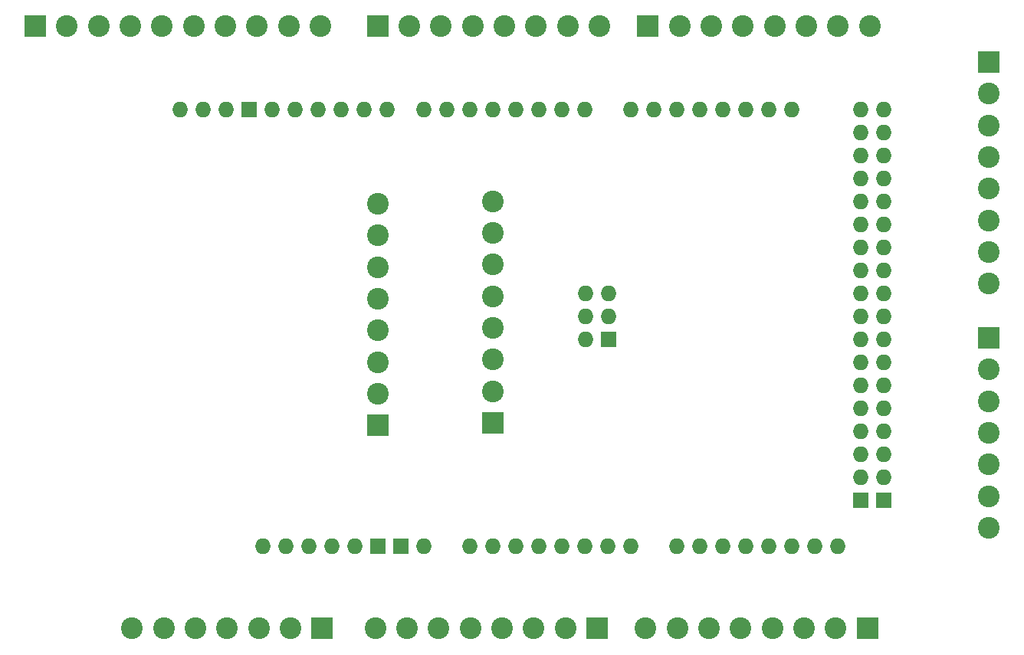
<source format=gbs>
G04 #@! TF.GenerationSoftware,KiCad,Pcbnew,7.0.9*
G04 #@! TF.CreationDate,2023-12-29T07:46:22-06:00*
G04 #@! TF.ProjectId,Arduino Shield,41726475-696e-46f2-9053-6869656c642e,rev?*
G04 #@! TF.SameCoordinates,Original*
G04 #@! TF.FileFunction,Soldermask,Bot*
G04 #@! TF.FilePolarity,Negative*
%FSLAX46Y46*%
G04 Gerber Fmt 4.6, Leading zero omitted, Abs format (unit mm)*
G04 Created by KiCad (PCBNEW 7.0.9) date 2023-12-29 07:46:22*
%MOMM*%
%LPD*%
G01*
G04 APERTURE LIST*
%ADD10R,2.400000X2.400000*%
%ADD11C,2.400000*%
%ADD12O,1.727200X1.727200*%
%ADD13R,1.727200X1.727200*%
G04 APERTURE END LIST*
D10*
X117266000Y-90678000D03*
D11*
X113766000Y-90678000D03*
X110266000Y-90678000D03*
X106766000Y-90678000D03*
X103266000Y-90678000D03*
X99766000Y-90678000D03*
X96266000Y-90678000D03*
X92766000Y-90678000D03*
D10*
X25340000Y-24130000D03*
D11*
X28840000Y-24130000D03*
X32340000Y-24130000D03*
X35840000Y-24130000D03*
X39340000Y-24130000D03*
X42840000Y-24130000D03*
X46340000Y-24130000D03*
X49840000Y-24130000D03*
X53340000Y-24130000D03*
X56840000Y-24130000D03*
D10*
X130683000Y-58547000D03*
D11*
X130683000Y-62047000D03*
X130683000Y-65547000D03*
X130683000Y-69047000D03*
X130683000Y-72547000D03*
X130683000Y-76047000D03*
X130683000Y-79547000D03*
D10*
X63160000Y-24130000D03*
D11*
X66660000Y-24130000D03*
X70160000Y-24130000D03*
X73660000Y-24130000D03*
X77160000Y-24130000D03*
X80660000Y-24130000D03*
X84160000Y-24130000D03*
X87660000Y-24130000D03*
D10*
X93020000Y-24130000D03*
D11*
X96520000Y-24130000D03*
X100020000Y-24130000D03*
X103520000Y-24130000D03*
X107020000Y-24130000D03*
X110520000Y-24130000D03*
X114020000Y-24130000D03*
X117520000Y-24130000D03*
D10*
X75880000Y-67960000D03*
D11*
X75880000Y-64460000D03*
X75880000Y-60960000D03*
X75880000Y-57460000D03*
X75880000Y-53960000D03*
X75880000Y-50460000D03*
X75880000Y-46960000D03*
X75880000Y-43460000D03*
D10*
X57023000Y-90678000D03*
D11*
X53523000Y-90678000D03*
X50023000Y-90678000D03*
X46523000Y-90678000D03*
X43023000Y-90678000D03*
X39523000Y-90678000D03*
X36023000Y-90678000D03*
D10*
X130683000Y-28067000D03*
D11*
X130683000Y-31567000D03*
X130683000Y-35067000D03*
X130683000Y-38567000D03*
X130683000Y-42067000D03*
X130683000Y-45567000D03*
X130683000Y-49067000D03*
X130683000Y-52567000D03*
D10*
X87406000Y-90678000D03*
D11*
X83906000Y-90678000D03*
X80406000Y-90678000D03*
X76906000Y-90678000D03*
X73406000Y-90678000D03*
X69906000Y-90678000D03*
X66406000Y-90678000D03*
X62906000Y-90678000D03*
D12*
X50480000Y-81560000D03*
X86040000Y-33300000D03*
X83500000Y-33300000D03*
X80960000Y-33300000D03*
X78420000Y-33300000D03*
X58100000Y-81560000D03*
X75880000Y-33300000D03*
X73340000Y-33300000D03*
X88707000Y-53620000D03*
X60640000Y-81560000D03*
X116520000Y-33300000D03*
X119060000Y-33300000D03*
X70800000Y-33300000D03*
X68260000Y-33300000D03*
X64196000Y-33300000D03*
X61656000Y-33300000D03*
X59116000Y-33300000D03*
X56576000Y-33300000D03*
X54036000Y-33300000D03*
X51496000Y-33300000D03*
X91120000Y-33300000D03*
X93660000Y-33300000D03*
X96200000Y-33300000D03*
X98740000Y-33300000D03*
X101280000Y-33300000D03*
X103820000Y-33300000D03*
X106360000Y-33300000D03*
X108900000Y-33300000D03*
X116520000Y-35840000D03*
X119060000Y-35840000D03*
X116520000Y-38380000D03*
X119060000Y-38380000D03*
X116520000Y-40920000D03*
X119060000Y-40920000D03*
X116520000Y-43460000D03*
X119060000Y-43460000D03*
X116520000Y-46000000D03*
X119060000Y-46000000D03*
X116520000Y-48540000D03*
X119060000Y-48540000D03*
X116520000Y-51080000D03*
X119060000Y-51080000D03*
X116520000Y-53620000D03*
X119060000Y-53620000D03*
X116520000Y-56160000D03*
X119060000Y-56160000D03*
X116520000Y-58700000D03*
X119060000Y-58700000D03*
X116520000Y-61240000D03*
X119060000Y-61240000D03*
X116520000Y-63780000D03*
X119060000Y-63780000D03*
X116520000Y-66320000D03*
X119060000Y-66320000D03*
X116520000Y-68860000D03*
X119060000Y-68860000D03*
X116520000Y-71400000D03*
X119060000Y-71400000D03*
X116520000Y-73940000D03*
X119060000Y-73940000D03*
X73340000Y-81560000D03*
X75880000Y-81560000D03*
X78420000Y-81560000D03*
X80960000Y-81560000D03*
X83500000Y-81560000D03*
X86040000Y-81560000D03*
X88580000Y-81560000D03*
X91120000Y-81560000D03*
X96200000Y-81560000D03*
X98740000Y-81560000D03*
X101280000Y-81560000D03*
X103820000Y-81560000D03*
X46416000Y-33300000D03*
X111440000Y-81560000D03*
X113980000Y-81560000D03*
X106360000Y-81560000D03*
X108900000Y-81560000D03*
D13*
X63180000Y-81560000D03*
X65720000Y-81560000D03*
X48956000Y-33300000D03*
X88707000Y-58700000D03*
X116520000Y-76480000D03*
X119060000Y-76480000D03*
D12*
X53020000Y-81560000D03*
X86167000Y-53620000D03*
X88707000Y-56160000D03*
X55560000Y-81560000D03*
X86167000Y-58700000D03*
X86167000Y-56160000D03*
X41336000Y-33300000D03*
X43876000Y-33300000D03*
X68260000Y-81560000D03*
D10*
X63180000Y-68240000D03*
D11*
X63180000Y-64740000D03*
X63180000Y-61240000D03*
X63180000Y-57740000D03*
X63180000Y-54240000D03*
X63180000Y-50740000D03*
X63180000Y-47240000D03*
X63180000Y-43740000D03*
M02*

</source>
